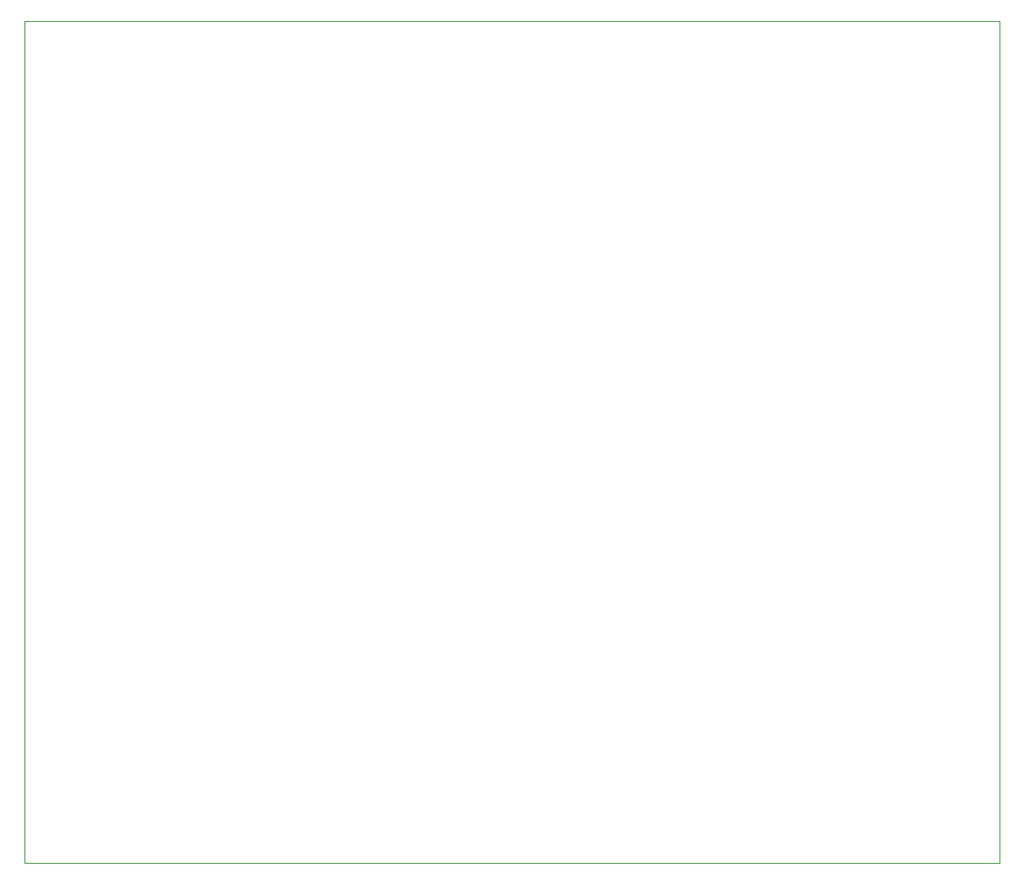
<source format=gm1>
G04 #@! TF.GenerationSoftware,KiCad,Pcbnew,(6.0.11)*
G04 #@! TF.CreationDate,2024-05-04T19:15:30+02:00*
G04 #@! TF.ProjectId,dolphindos3-kicad,646f6c70-6869-46e6-946f-73332d6b6963,2*
G04 #@! TF.SameCoordinates,Original*
G04 #@! TF.FileFunction,Profile,NP*
%FSLAX46Y46*%
G04 Gerber Fmt 4.6, Leading zero omitted, Abs format (unit mm)*
G04 Created by KiCad (PCBNEW (6.0.11)) date 2024-05-04 19:15:30*
%MOMM*%
%LPD*%
G01*
G04 APERTURE LIST*
G04 #@! TA.AperFunction,Profile*
%ADD10C,0.050000*%
G04 #@! TD*
G04 APERTURE END LIST*
D10*
X53441600Y-70954900D02*
X151231600Y-70954900D01*
X151231600Y-70954900D02*
X151231600Y-155409900D01*
X151231600Y-155409900D02*
X53441600Y-155409900D01*
X53441600Y-155409900D02*
X53441600Y-70954900D01*
M02*

</source>
